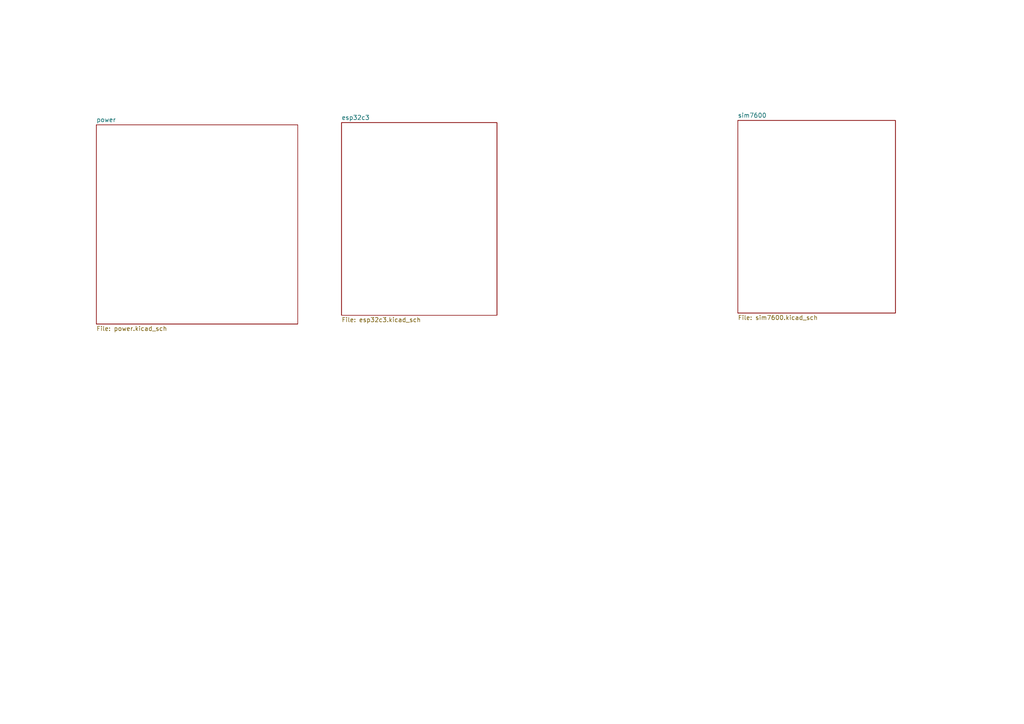
<source format=kicad_sch>
(kicad_sch
	(version 20250114)
	(generator "eeschema")
	(generator_version "9.0")
	(uuid "5290e24a-b7ce-4a27-8395-b33115212b5e")
	(paper "A4")
	(lib_symbols)
	(sheet
		(at 213.995 34.925)
		(size 45.72 55.88)
		(exclude_from_sim no)
		(in_bom yes)
		(on_board yes)
		(dnp no)
		(fields_autoplaced yes)
		(stroke
			(width 0.1524)
			(type solid)
		)
		(fill
			(color 0 0 0 0.0000)
		)
		(uuid "14e5a99a-f7ab-4b3f-ba6f-dee8fc0a65a1")
		(property "Sheetname" "sim7600"
			(at 213.995 34.2134 0)
			(effects
				(font
					(size 1.27 1.27)
				)
				(justify left bottom)
			)
		)
		(property "Sheetfile" "sim7600.kicad_sch"
			(at 213.995 91.3896 0)
			(effects
				(font
					(size 1.27 1.27)
				)
				(justify left top)
			)
		)
		(instances
			(project "esp32c3_sim7600"
				(path "/5290e24a-b7ce-4a27-8395-b33115212b5e"
					(page "4")
				)
			)
		)
	)
	(sheet
		(at 27.94 36.195)
		(size 58.42 57.785)
		(exclude_from_sim no)
		(in_bom yes)
		(on_board yes)
		(dnp no)
		(fields_autoplaced yes)
		(stroke
			(width 0.1524)
			(type solid)
		)
		(fill
			(color 0 0 0 0.0000)
		)
		(uuid "768a64cc-c794-44c6-afdb-da007f975a91")
		(property "Sheetname" "power"
			(at 27.94 35.4834 0)
			(effects
				(font
					(size 1.27 1.27)
				)
				(justify left bottom)
			)
		)
		(property "Sheetfile" "power.kicad_sch"
			(at 27.94 94.5646 0)
			(effects
				(font
					(size 1.27 1.27)
				)
				(justify left top)
			)
		)
		(instances
			(project "esp32c3_sim7600"
				(path "/5290e24a-b7ce-4a27-8395-b33115212b5e"
					(page "2")
				)
			)
		)
	)
	(sheet
		(at 99.06 35.56)
		(size 45.085 55.88)
		(exclude_from_sim no)
		(in_bom yes)
		(on_board yes)
		(dnp no)
		(fields_autoplaced yes)
		(stroke
			(width 0.1524)
			(type solid)
		)
		(fill
			(color 0 0 0 0.0000)
		)
		(uuid "cfd2bdb9-945c-49db-8552-492eca14931e")
		(property "Sheetname" "esp32c3"
			(at 99.06 34.8484 0)
			(effects
				(font
					(size 1.27 1.27)
				)
				(justify left bottom)
			)
		)
		(property "Sheetfile" "esp32c3.kicad_sch"
			(at 99.06 92.0246 0)
			(effects
				(font
					(size 1.27 1.27)
				)
				(justify left top)
			)
		)
		(instances
			(project "esp32c3_sim7600"
				(path "/5290e24a-b7ce-4a27-8395-b33115212b5e"
					(page "3")
				)
			)
		)
	)
	(sheet_instances
		(path "/"
			(page "1")
		)
	)
	(embedded_fonts no)
)

</source>
